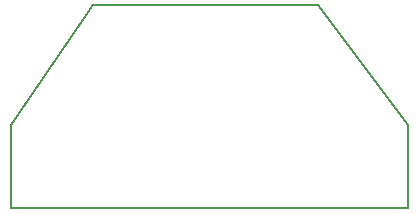
<source format=gbr>
G04 #@! TF.GenerationSoftware,KiCad,Pcbnew,(5.0.0)*
G04 #@! TF.CreationDate,2019-11-03T02:33:36+01:00*
G04 #@! TF.ProjectId,baum3,6261756D332E6B696361645F70636200,rev?*
G04 #@! TF.SameCoordinates,Original*
G04 #@! TF.FileFunction,Profile,NP*
%FSLAX46Y46*%
G04 Gerber Fmt 4.6, Leading zero omitted, Abs format (unit mm)*
G04 Created by KiCad (PCBNEW (5.0.0)) date 11/03/19 02:33:36*
%MOMM*%
%LPD*%
G01*
G04 APERTURE LIST*
%ADD10C,0.150000*%
G04 APERTURE END LIST*
D10*
X83185000Y-37465000D02*
X83185000Y-30480000D01*
X49530000Y-37465000D02*
X83185000Y-37465000D01*
X49530000Y-30480000D02*
X49530000Y-37465000D01*
X56515000Y-20320000D02*
X49530000Y-30480000D01*
X75565000Y-20320000D02*
X83185000Y-30480000D01*
X56515000Y-20320000D02*
X75565000Y-20320000D01*
M02*

</source>
